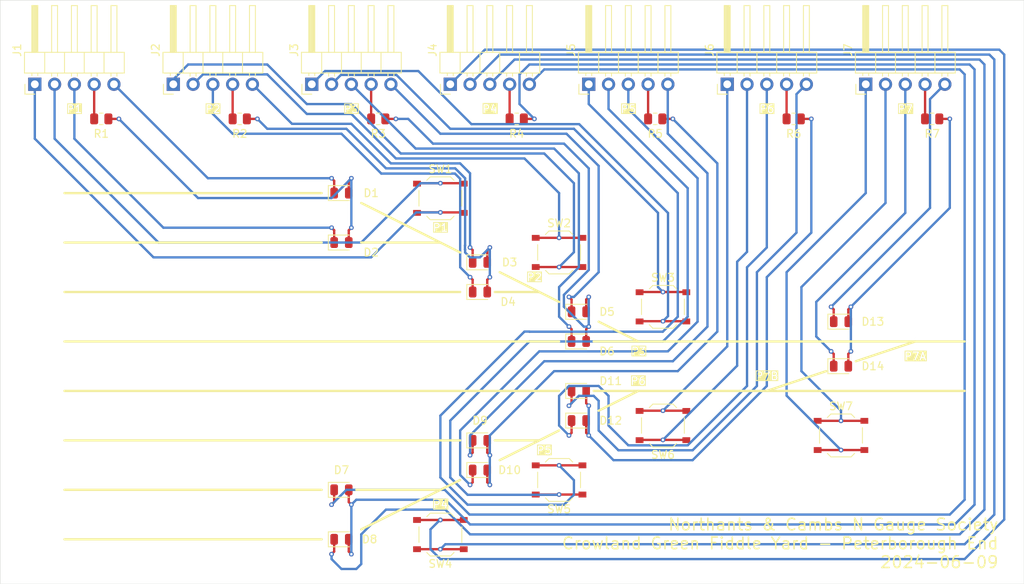
<source format=kicad_pcb>
(kicad_pcb (version 20221018) (generator pcbnew)
  (title_block (title "Crowland Green Fiddle Yard (Peterborough)") (date "2024-06-09") (rev "Rev 1") (company "Northants and Cambs N Gauge Society") (comment 1 "Jonathan Pallant") (comment 2 "admin@ncngauge.org.uk"))
  (layers (0 "F.Cu" signal) (31 "B.Cu" signal) (34 "B.Paste" user) (35 "F.Paste" user) (36 "B.SilkS" user "B.Silkscreen") (37 "F.SilkS" user "F.Silkscreen") (38 "B.Mask" user) (39 "F.Mask" user) (44 "Edge.Cuts" user))
  (net 0 "")
  (net 1 "/Point1/LED_R")
  (net 2 "Net-(D1-A)")
  (net 3 "/Point1/LED_L")
  (net 4 "/Point2/LED_R")
  (net 5 "Net-(D3-A)")
  (net 6 "/Point2/LED_L")
  (net 7 "/Point3/LED_R")
  (net 8 "Net-(D5-A)")
  (net 9 "/Point3/LED_L")
  (net 10 "/Point4/LED_R")
  (net 11 "Net-(D7-A)")
  (net 12 "/Point4/LED_L")
  (net 13 "/Point5/LED_R")
  (net 14 "Net-(D10-A)")
  (net 15 "/Point5/LED_L")
  (net 16 "/Point6/LED_R")
  (net 17 "Net-(D11-A)")
  (net 18 "/Point6/LED_L")
  (net 19 "/Point7/LED_R")
  (net 20 "Net-(D13-A)")
  (net 21 "/Point7/LED_L")
  (net 22 "/Point1/SW_L")
  (net 23 "/Point1/SW_R")
  (net 24 "/Point1/LED_C")
  (net 25 "/Point2/SW_L")
  (net 26 "/Point2/SW_R")
  (net 27 "/Point2/LED_C")
  (net 28 "/Point3/SW_L")
  (net 29 "/Point3/SW_R")
  (net 30 "/Point3/LED_C")
  (net 31 "/Point4/SW_L")
  (net 32 "/Point4/SW_R")
  (net 33 "/Point4/LED_C")
  (net 34 "/Point5/SW_L")
  (net 35 "/Point5/SW_R")
  (net 36 "/Point5/LED_C")
  (net 37 "/Point6/SW_L")
  (net 38 "/Point6/SW_R")
  (net 39 "/Point6/LED_C")
  (net 40 "/Point7/SW_L")
  (net 41 "/Point7/SW_R")
  (net 42 "/Point7/LED_C")
  (footprint "LED_SMD:LED_0805_2012Metric" (layer "F.Cu") (at 91.44 68.58)
    (fp_text reference "D3")
    (fp_text value "LED")
  )
  (footprint "Resistor_SMD:R_0805_2012Metric" (layer "F.Cu") (at 42.8225 50.165)
    (fp_text reference "R1")
    (fp_text value "560")
  )
  (footprint "Resistor_SMD:R_0805_2012Metric" (layer "F.Cu") (at 78.3825 50.165)
    (fp_text reference "R3")
    (fp_text value "560")
  )
  (footprint "Connector_PinHeader_2.54mm:PinHeader_1x05_P2.54mm_Horizontal" (layer "F.Cu") (at 34.29 45.72 90)
    (fp_text reference "J1")
    (fp_text value "Conn_01x05_Pin")
  )
  (footprint "Connector_PinHeader_2.54mm:PinHeader_1x05_P2.54mm_Horizontal" (layer "F.Cu") (at 105.41 45.72 90)
    (fp_text reference "J5")
    (fp_text value "Conn_01x05_Pin")
  )
  (footprint "Resistor_SMD:R_0805_2012Metric" (layer "F.Cu") (at 113.9425 50.165)
    (fp_text reference "R5")
    (fp_text value "560")
  )
  (footprint "Resistor_SMD:R_0805_2012Metric" (layer "F.Cu") (at 149.5025 50.165)
    (fp_text reference "R7")
    (fp_text value "560")
  )
  (footprint "Button_Switch_SMD:SW_Push_1P1T_XKB_TS-1187A" (layer "F.Cu") (at 137.795 90.805)
    (fp_text reference "SW7")
    (fp_text value "SW_SPST")
  )
  (footprint "LED_SMD:LED_0805_2012Metric" (layer "F.Cu") (at 91.44 91.44)
    (fp_text reference "D9")
    (fp_text value "LED")
  )
  (footprint "Button_Switch_SMD:SW_Push_1P1T_XKB_TS-1187A" (layer "F.Cu") (at 86.36 60.355)
    (fp_text reference "SW1")
    (fp_text value "SW_SPST")
  )
  (footprint "Button_Switch_SMD:SW_Push_1P1T_XKB_TS-1187A" (layer "F.Cu") (at 86.36 103.535 180)
    (fp_text reference "SW4")
    (fp_text value "SW_SPST")
  )
  (footprint "Connector_PinHeader_2.54mm:PinHeader_1x05_P2.54mm_Horizontal" (layer "F.Cu") (at 87.63 45.72 90)
    (fp_text reference "J4")
    (fp_text value "Conn_01x05_Pin")
  )
  (footprint "Button_Switch_SMD:SW_Push_1P1T_XKB_TS-1187A" (layer "F.Cu") (at 101.6 96.52 180)
    (fp_text reference "SW5")
    (fp_text value "SW_SPST")
  )
  (footprint "Resistor_SMD:R_0805_2012Metric" (layer "F.Cu") (at 131.7225 50.165)
    (fp_text reference "R6")
    (fp_text value "560")
  )
  (footprint "LED_SMD:LED_0805_2012Metric" (layer "F.Cu") (at 91.44 72.39)
    (fp_text reference "D4")
    (fp_text value "LED")
  )
  (footprint "Resistor_SMD:R_0805_2012Metric" (layer "F.Cu") (at 60.6025 50.165)
    (fp_text reference "R2")
    (fp_text value "560")
  )
  (footprint "Connector_PinHeader_2.54mm:PinHeader_1x05_P2.54mm_Horizontal" (layer "F.Cu") (at 123.19 45.72 90)
    (fp_text reference "J6")
    (fp_text value "Conn_01x05_Pin")
  )
  (footprint "Resistor_SMD:R_0805_2012Metric" (layer "F.Cu") (at 96.1625 50.165)
    (fp_text reference "R4")
    (fp_text value "560")
  )
  (footprint "LED_SMD:LED_0805_2012Metric" (layer "F.Cu") (at 137.795 76.2)
    (fp_text reference "D13")
    (fp_text value "LED")
  )
  (footprint "LED_SMD:LED_0805_2012Metric" (layer "F.Cu") (at 91.44 95.25)
    (fp_text reference "D10")
    (fp_text value "LED")
  )
  (footprint "LED_SMD:LED_0805_2012Metric" (layer "F.Cu") (at 73.66 66.04)
    (fp_text reference "D2")
    (fp_text value "LED")
  )
  (footprint "Connector_PinHeader_2.54mm:PinHeader_1x05_P2.54mm_Horizontal" (layer "F.Cu") (at 140.97 45.72 90)
    (fp_text reference "J7")
    (fp_text value "Conn_01x05_Pin")
  )
  (footprint "LED_SMD:LED_0805_2012Metric" (layer "F.Cu") (at 104.14 74.93)
    (fp_text reference "D5")
    (fp_text value "LED")
  )
  (footprint "LED_SMD:LED_0805_2012Metric" (layer "F.Cu") (at 104.14 88.9)
    (fp_text reference "D12")
    (fp_text value "LED")
  )
  (footprint "Button_Switch_SMD:SW_Push_1P1T_XKB_TS-1187A" (layer "F.Cu") (at 114.935 89.535 180)
    (fp_text reference "SW6")
    (fp_text value "SW_SPST")
  )
  (footprint "LED_SMD:LED_0805_2012Metric" (layer "F.Cu") (at 73.66 97.79)
    (fp_text reference "D7")
    (fp_text value "LED")
  )
  (footprint "LED_SMD:LED_0805_2012Metric" (layer "F.Cu") (at 104.14 78.74)
    (fp_text reference "D6")
    (fp_text value "LED")
  )
  (footprint "LED_SMD:LED_0805_2012Metric" (layer "F.Cu") (at 73.66 104.14)
    (fp_text reference "D8")
    (fp_text value "LED")
  )
  (footprint "Connector_PinHeader_2.54mm:PinHeader_1x05_P2.54mm_Horizontal" (layer "F.Cu") (at 52.07 45.72 90)
    (fp_text reference "J2")
    (fp_text value "Conn_01x05_Pin")
  )
  (footprint "LED_SMD:LED_0805_2012Metric" (layer "F.Cu") (at 73.66 59.69)
    (fp_text reference "D1")
    (fp_text value "LED")
  )
  (footprint "LED_SMD:LED_0805_2012Metric" (layer "F.Cu") (at 104.14 85.09)
    (fp_text reference "D11")
    (fp_text value "LED")
  )
  (footprint "LED_SMD:LED_0805_2012Metric" (layer "F.Cu") (at 137.795 81.915)
    (fp_text reference "D14")
    (fp_text value "LED")
  )
  (footprint "Button_Switch_SMD:SW_Push_1P1T_XKB_TS-1187A" (layer "F.Cu") (at 114.935 74.295)
    (fp_text reference "SW3")
    (fp_text value "SW_SPST")
  )
  (footprint "Button_Switch_SMD:SW_Push_1P1T_XKB_TS-1187A" (layer "F.Cu") (at 101.6 67.31)
    (fp_text reference "SW2")
    (fp_text value "SW_SPST")
  )
  (footprint "Connector_PinHeader_2.54mm:PinHeader_1x05_P2.54mm_Horizontal" (layer "F.Cu") (at 69.85 45.72 90)
    (fp_text reference "J3")
    (fp_text value "Conn_01x05_Pin")
  )
  (gr_line (start 88.9 96.52) (end 86.36 97.79) (stroke (width 0.3)) (layer "F.SilkS"))
  (gr_line (start 135.89 82.55) (end 128.27 85.09) (stroke (width 0.3)) (layer "F.SilkS"))
  (gr_line (start 139.7 81.28) (end 147.32 78.74) (stroke (width 0.3)) (layer "F.SilkS"))
  (gr_line (start 106.045 78.74) (end 153.67 78.74) (stroke (width 0.3)) (layer "F.SilkS"))
  (gr_line (start 93.345 91.44) (end 99.06 91.44) (stroke (width 0.3)) (layer "F.SilkS"))
  (gr_line (start 86.36 97.79) (end 75.565 97.79) (stroke (width 0.3)) (layer "F.SilkS"))
  (gr_line (start 76.2 102.87) (end 86.36 97.79) (stroke (width 0.3)) (layer "F.SilkS"))
  (gr_line (start 101.6 73.66) (end 99.06 72.39) (stroke (width 0.3)) (layer "F.SilkS"))
  (gr_line (start 93.98 69.85) (end 99.06 72.39) (stroke (width 0.3)) (layer "F.SilkS"))
  (gr_line (start 71.12 66.04) (end 38.1 66.04) (stroke (width 0.3)) (layer "F.SilkS"))
  (gr_line (start 106.045 85.09) (end 153.67 85.09) (stroke (width 0.3)) (layer "F.SilkS"))
  (gr_line (start 38.1 78.74) (end 101.6 78.74) (stroke (width 0.3)) (layer "F.SilkS"))
  (gr_line (start 99.06 72.39) (end 93.345 72.39) (stroke (width 0.3)) (layer "F.SilkS"))
  (gr_line (start 111.76 78.74) (end 106.68 76.2) (stroke (width 0.3)) (layer "F.SilkS"))
  (gr_line (start 88.9 91.44) (end 38.1 91.44) (stroke (width 0.3)) (layer "F.SilkS"))
  (gr_line (start 86.36 66.04) (end 76.2 66.04) (stroke (width 0.3)) (layer "F.SilkS"))
  (gr_line (start 101.6 90.17) (end 93.98 93.98) (stroke (width 0.3)) (layer "F.SilkS"))
  (gr_line (start 38.1 85.09) (end 101.6 85.09) (stroke (width 0.3)) (layer "F.SilkS"))
  (gr_line (start 76.2 60.96) (end 88.9 67.31) (stroke (width 0.3)) (layer "F.SilkS"))
  (gr_line (start 71.12 104.14) (end 38.1 104.14) (stroke (width 0.3)) (layer "F.SilkS"))
  (gr_line (start 71.12 97.79) (end 38.1 97.79) (stroke (width 0.3)) (layer "F.SilkS"))
  (gr_line (start 111.76 85.09) (end 106.68 87.63) (stroke (width 0.3)) (layer "F.SilkS"))
  (gr_line (start 38.1 72.39) (end 88.9 72.39) (stroke (width 0.3)) (layer "F.SilkS"))
  (gr_line (start 71.12 59.69) (end 38.1 59.69) (stroke (width 0.3)) (layer "F.SilkS"))
  (gr_rect (start 29.845 34.925) (end 161.29 109.855) (stroke (width 0.05)) (fill none) (layer "Edge.Cuts"))
  (gr_text "P7B" (at 128.27 83.185) (layer "F.SilkS" knockout) (effects (font (size 1 1))))
  (gr_text "P4" (at 92.71 48.895) (layer "F.SilkS" knockout) (effects (font (size 1 1))))
  (gr_text "P3" (at 74.93 48.895) (layer "F.SilkS" knockout) (effects (font (size 1 1))))
  (gr_text "Northants & Cambs N Gauge Society\nCrowland Green Fiddle Yard - Peterborough End\n2024-06-09" (at 158.115 107.95) (layer "F.SilkS") (effects (font (size 1.5 1.5) (thickness 0.2)) (justify right bottom)))
  (gr_text "P6" (at 128.27 48.895) (layer "F.SilkS" knockout) (effects (font (size 1 1))))
  (gr_text "P2" (at 57.15 48.895) (layer "F.SilkS" knockout) (effects (font (size 1 1))))
  (gr_text "P3" (at 111.8225 80.01) (layer "F.SilkS" knockout) (effects (font (size 1 1))))
  (gr_text "P1" (at 39.37 48.895) (layer "F.SilkS" knockout) (effects (font (size 1 1))))
  (gr_text "P7A" (at 147.32 80.645) (layer "F.SilkS" knockout) (effects (font (size 1 1))))
  (gr_text "P1" (at 86.36 64.135) (layer "F.SilkS" knockout) (effects (font (size 1 1))))
  (gr_text "P2" (at 98.425 70.485) (layer "F.SilkS" knockout) (effects (font (size 1 1))))
  (gr_text "P6" (at 111.76 83.82) (layer "F.SilkS" knockout) (effects (font (size 1 1))))
  (gr_text "P7" (at 146.05 48.895) (layer "F.SilkS" knockout) (effects (font (size 1 1))))
  (gr_text "P4" (at 86.36 99.695) (layer "F.SilkS" knockout) (effects (font (size 1 1))))
  (gr_text "P5" (at 99.695 92.71) (layer "F.SilkS" knockout) (effects (font (size 1 1))))
  (gr_text "P5" (at 110.49 48.895) (layer "F.SilkS" knockout) (effects (font (size 1 1))))
  (segment (start 72.7225 59.69) (end 72.7225 58.1175) (width 0.3) (layer "F.Cu") (net 1))
  (segment (start 72.7225 58.1175) (end 72.39 57.785) (width 0.3) (layer "F.Cu") (net 1))
  (via (at 72.39 57.785) (size 0.6) (drill 0.3) (layers "F.Cu" "B.Cu") (net 1))
  (segment (start 72.39 57.785) (end 56.515 57.785) (width 0.3) (layer "B.Cu") (net 1))
  (segment (start 56.515 57.785) (end 44.45 45.72) (width 0.3) (layer "B.Cu") (net 1))
  (segment (start 43.735 50.165) (end 45.085 50.165) (width 0.3) (layer "F.Cu") (net 2))
  (segment (start 74.5975 64.4675) (end 74.93 64.135) (width 0.3) (layer "F.Cu") (net 2))
  (segment (start 74.5975 58.1175) (end 74.93 57.785) (width 0.3) (layer "F.Cu") (net 2))
  (segment (start 74.5975 59.69) (end 74.5975 58.1175) (width 0.3) (layer "F.Cu") (net 2))
  (segment (start 74.5975 66.04) (end 74.5975 64.4675) (width 0.3) (layer "F.Cu") (net 2))
  (via (at 45.085 50.165) (size 0.6) (drill 0.3) (layers "F.Cu" "B.Cu") (net 2))
  (via (at 74.93 57.785) (size 0.6) (drill 0.3) (layers "F.Cu" "B.Cu") (net 2))
  (via (at 74.93 64.135) (size 0.6) (drill 0.3) (layers "F.Cu" "B.Cu") (net 2))
  (segment (start 55.245 60.325) (end 72.39 60.325) (width 0.3) (layer "B.Cu") (net 2))
  (segment (start 45.085 50.165) (end 55.245 60.325) (width 0.3) (layer "B.Cu") (net 2))
  (segment (start 74.93 57.785) (end 74.93 64.135) (width 0.3) (layer "B.Cu") (net 2))
  (segment (start 72.39 60.325) (end 74.93 57.785) (width 0.3) (layer "B.Cu") (net 2))
  (segment (start 72.7225 66.04) (end 72.7225 64.4675) (width 0.3) (layer "F.Cu") (net 3))
  (segment (start 72.7225 64.4675) (end 72.39 64.135) (width 0.3) (layer "F.Cu") (net 3))
  (via (at 72.39 64.135) (size 0.6) (drill 0.3) (layers "F.Cu" "B.Cu") (net 3))
  (segment (start 39.37 52.705) (end 39.37 45.72) (width 0.3) (layer "B.Cu") (net 3))
  (segment (start 72.39 64.135) (end 50.8 64.135) (width 0.3) (layer "B.Cu") (net 3))
  (segment (start 50.8 64.135) (end 39.37 52.705) (width 0.3) (layer "B.Cu") (net 3))
  (segment (start 90.5025 67.0075) (end 90.17 66.675) (width 0.3) (layer "F.Cu") (net 4))
  (segment (start 90.5025 68.58) (end 90.5025 67.0075) (width 0.3) (layer "F.Cu") (net 4))
  (via (at 90.17 66.675) (size 0.6) (drill 0.3) (layers "F.Cu" "B.Cu") (net 4))
  (segment (start 88.9 55.88) (end 90.17 57.15) (width 0.3) (layer "B.Cu") (net 4))
  (segment (start 67.31 50.8) (end 74.93 50.8) (width 0.3) (layer "B.Cu") (net 4))
  (segment (start 80.01 55.88) (end 88.9 55.88) (width 0.3) (layer "B.Cu") (net 4))
  (segment (start 90.17 57.15) (end 90.17 66.675) (width 0.3) (layer "B.Cu") (net 4))
  (segment (start 62.23 45.72) (end 67.31 50.8) (width 0.3) (layer "B.Cu") (net 4))
  (segment (start 74.93 50.8) (end 80.01 55.88) (width 0.3) (layer "B.Cu") (net 4))
  (segment (start 61.515 50.165) (end 62.865 50.165) (width 0.3) (layer "F.Cu") (net 5))
  (segment (start 92.3775 68.58) (end 92.3775 67.0075) (width 0.3) (layer "F.Cu") (net 5))
  (segment (start 92.3775 72.39) (end 92.3775 70.8175) (width 0.3) (layer "F.Cu") (net 5))
  (segment (start 92.3775 67.0075) (end 92.71 66.675) (width 0.3) (layer "F.Cu") (net 5))
  (segment (start 92.3775 70.8175) (end 92.71 70.485) (width 0.3) (layer "F.Cu") (net 5))
  (via (at 92.71 70.485) (size 0.6) (drill 0.3) (layers "F.Cu" "B.Cu") (net 5))
  (via (at 62.865 50.165) (size 0.6) (drill 0.3) (layers "F.Cu" "B.Cu") (net 5))
  (via (at 92.71 66.675) (size 0.6) (drill 0.3) (layers "F.Cu" "B.Cu") (net 5))
  (segment (start 89.535 67.31) (end 90.17 67.945) (width 0.3) (layer "B.Cu") (net 5))
  (segment (start 88.265 56.515) (end 79.375 56.515) (width 0.3) (layer "B.Cu") (net 5))
  (segment (start 89.535 66.390761) (end 89.535 57.785) (width 0.3) (layer "B.Cu") (net 5))
  (segment (start 91.44 67.945) (end 90.17 67.945) (width 0.3) (layer "B.Cu") (net 5))
  (segment (start 92.71 66.675) (end 91.44 67.945) (width 0.3) (layer "B.Cu") (net 5))
  (segment (start 89.535 66.959239) (end 89.52 66.944239) (width 0.3) (layer "B.Cu") (net 5))
  (segment (start 89.52 66.405761) (end 89.535 66.390761) (width 0.3) (layer "B.Cu") (net 5))
  (segment (start 79.375 56.515) (end 74.295 51.435) (width 0.3) (layer "B.Cu") (net 5))
  (segment (start 74.295 51.435) (end 64.135 51.435) (width 0.3) (layer "B.Cu") (net 5))
  (segment (start 89.535 67.31) (end 89.535 66.959239) (width 0.3) (layer "B.Cu") (net 5))
  (segment (start 92.71 66.675) (end 92.71 70.485) (width 0.3) (layer "B.Cu") (net 5))
  (segment (start 89.535 57.785) (end 88.265 56.515) (width 0.3) (layer "B.Cu") (net 5))
  (segment (start 89.52 66.944239) (end 89.52 66.405761) (width 0.3) (layer "B.Cu") (net 5))
  (segment (start 64.135 51.435) (end 62.865 50.165) (width 0.3) (layer "B.Cu") (net 5))
  (segment (start 90.5025 72.39) (end 90.5025 70.8175) (width 0.3) (layer "F.Cu") (net 6))
  (segment (start 90.5025 70.8175) (end 90.17 70.485) (width 0.3) (layer "F.Cu") (net 6))
  (via (at 90.17 70.485) (size 0.6) (drill 0.3) (layers "F.Cu" "B.Cu") (net 6))
  (segment (start 57.15 49.53) (end 57.15 45.72) (width 0.3) (layer "B.Cu") (net 6))
  (segment (start 73.66 52.07) (end 59.69 52.07) (width 0.3) (layer "B.Cu") (net 6))
  (segment (start 88.228947 57.186053) (end 78.776053 57.186053) (width 0.3) (layer "B.Cu") (net 6))
  (segment (start 88.9 69.215) (end 88.9 57.857106) (width 0.3) (layer "B.Cu") (net 6))
  (segment (start 90.17 70.485) (end 88.9 69.215) (width 0.3) (layer "B.Cu") (net 6))
  (segment (start 88.9 57.857106) (end 88.228947 57.186053) (width 0.3) (layer "B.Cu") (net 6))
  (segment (start 78.776053 57.186053) (end 73.66 52.07) (width 0.3) (layer "B.Cu") (net 6))
  (segment (start 59.69 52.07) (end 57.15 49.53) (width 0.3) (layer "B.Cu") (net 6))
  (segment (start 103.2025 73.3575) (end 102.87 73.025) (width 0.3) (layer "F.Cu") (net 7))
  (segment (start 103.2025 74.93) (end 103.2025 73.3575) (width 0.3) (layer "F.Cu") (net 7))
  (via (at 102.87 73.025) (size 0.6) (drill 0.3) (layers "F.Cu" "B.Cu") (net 7))
  (segment (start 86.36 52.07) (end 102.5525 52.07) (width 0.3) (layer "B.Cu") (net 7))
  (segment (start 80.01 45.72) (end 86.36 52.07) (width 0.3) (layer "B.Cu") (net 7))
  (segment (start 102.5525 52.07) (end 106.68 56.1975) (width 0.3) (layer "B.Cu") (net 7))
  (segment (start 106.68 56.1975) (end 106.68 69.85) (width 0.3) (layer "B.Cu") (net 7))
  (segment (start 103.505 73.025) (end 102.87 73.025) (width 0.3) (layer "B.Cu") (net 7))
  (segment (start 106.68 69.85) (end 103.505 73.025) (width 0.3) (layer "B.Cu") (net 7))
  (segment (start 105.0775 73.3575) (end 105.41 73.025) (width 0.3) (layer "F.Cu") (net 8))
  (segment (start 105.0775 77.1675) (end 105.41 76.835) (width 0.3) (layer "F.Cu") (net 8))
  (segment (start 105.0775 74.93) (end 105.0775 73.3575) (width 0.3) (layer "F.Cu") (net 8))
  (segment (start 105.0775 78.74) (end 105.0775 77.1675) (width 0.3) (layer "F.Cu") (net 8))
  (segment (start 79.295 50.165) (end 80.645 50.165) (width 0.3) (layer "F.Cu") (net 8))
  (via (at 80.645 50.165) (size 0.6) (drill 0.3) (layers "F.Cu" "B.Cu") (net 8))
  (via (at 105.41 76.835) (size 0.6) (drill 0.3) (layers "F.Cu" "B.Cu") (net 8))
  (via (at 105.41 73.025) (size 0.6) (drill 0.3) (layers "F.Cu" "B.Cu") (net 8))
  (segment (start 104.775 76.835) (end 102.22 74.28) (width 0.3) (layer "B.Cu") (net 8))
  (segment (start 80.645 50.165) (end 82.2325 50.165) (width 0.3) (layer "B.Cu") (net 8))
  (segment (start 105.41 73.025) (end 105.41 76.835) (width 0.3) (layer "B.Cu") (net 8))
  (segment (start 105.41 69.565761) (end 102.22 72.755761) (width 0.3) (layer "B.Cu") (net 8))
  (segment (start 85.4075 53.34) (end 102.235 53.34) (width 0.3) (layer "B.Cu") (net 8))
  (segment (start 102.22 74.28) (end 102.22 72.755761) (width 0.3) (layer "B.Cu") (net 8))
  (segment (start 105.41 56.515) (end 105.41 69.565761) (width 0.3) (layer "B.Cu") (net 8))
  (segment (start 105.41 76.835) (end 104.775 76.835) (width 0.3) (layer "B.Cu") (net 8))
  (segment (start 102.235 53.34) (end 105.41 56.515) (width 0.3) (layer "B.Cu") (net 8))
  (segment (start 82.2325 50.165) (end 85.4075 53.34) (width 0.3) (layer "B.Cu") (net 8))
  (segment (start 103.2025 78.74) (end 103.2025 77.1675) (width 0.3) (layer "F.Cu") (net 9))
  (segment (start 103.2025 77.1675) (end 102.87 76.835) (width 0.3) (layer "F.Cu") (net 9))
  (via (at 102.87 76.835) (size 0.6) (drill 0.3) (layers "F.Cu" "B.Cu") (net 9))
  (segment (start 102.87 76.835) (end 101.6 75.565) (width 0.3) (layer "B.Cu") (net 9))
  (segment (start 104.14 69.215) (end 104.14 57.15) (width 0.3) (layer "B.Cu") (net 9))
  (segment (start 100.965 53.975) (end 83.185 53.975) (width 0.3) (layer "B.Cu") (net 9))
  (segment (start 101.6 71.755) (end 104.14 69.215) (width 0.3) (layer "B.Cu") (net 9))
  (segment (start 104.14 57.15) (end 100.965 53.975) (width 0.3) (layer "B.Cu") (net 9))
  (segment (start 101.6 75.565) (end 101.6 71.755) (width 0.3) (layer "B.Cu") (net 9))
  (segment (start 83.185 53.975) (end 74.93 45.72) (width 0.3) (layer "B.Cu") (net 9))
  (segment (start 72.7225 97.79) (end 72.7225 99.3625) (width 0.3) (layer "F.Cu") (net 10))
  (segment (start 72.7225 99.3625) (end 72.39 99.695) (width 0.3) (layer "F.Cu") (net 10))
  (via (at 72.39 99.695) (size 0.6) (drill 0.3) (layers "F.Cu" "B.Cu") (net 10))
  (segment (start 74.295 97.79) (end 86.922894 97.79) (width 0.3) (layer "B.Cu") (net 10))
  (segment (start 72.39 99.695) (end 74.295 97.79) (width 0.3) (layer "B.Cu") (net 10))
  (segment (start 151.765 100.965) (end 153.67 99.06) (width 0.3) (layer "B.Cu") (net 10))
  (segment (start 153.67 99.06) (end 153.67 44.45) (width 0.3) (layer "B.Cu") (net 10))
  (segment (start 90.097894 100.965) (end 151.765 100.965) (width 0.3) (layer "B.Cu") (net 10))
  (segment (start 86.922894 97.79) (end 90.097894 100.965) (width 0.3) (layer "B.Cu") (net 10))
  (segment (start 99.695 43.815) (end 97.79 45.72) (width 0.3) (layer "B.Cu") (net 10))
  (segment (start 153.67 44.45) (end 153.035 43.815) (width 0.3) (layer "B.Cu") (net 10))
  (segment (start 153.035 43.815) (end 99.695 43.815) (width 0.3) (layer "B.Cu") (net 10))
  (segment (start 74.5975 104.14) (end 74.5975 105.7125) (width 0.3) (layer "F.Cu") (net 11))
  (segment (start 74.5975 97.79) (end 74.5975 99.3625) (width 0.3) (layer "F.Cu") (net 11))
  (segment (start 97.075 50.165) (end 98.425 50.165) (width 0.3) (layer "F.Cu") (net 11))
  (segment (start 74.5975 105.7125) (end 74.93 106.045) (width 0.3) (layer "F.Cu") (net 11))
  (segment (start 74.5975 99.3625) (end 74.93 99.695) (width 0.3) (layer "F.Cu") (net 11))
  (via (at 74.93 99.695) (size 0.6) (drill 0.3) (layers "F.Cu" "B.Cu") (net 11))
  (via (at 98.425 50.165) (size 0.6) (drill 0.3) (layers "F.Cu" "B.Cu") (net 11))
  (via (at 74.93 106.045) (size 0.6) (drill 0.3) (layers "F.Cu" "B.Cu") (net 11))
  (segment (start 97.79 43.18) (end 96.52 44.45) (width 0.3) (layer "B.Cu") (net 11))
  (segment (start 154.94 43.815) (end 154.305 43.18) (width 0.3) (layer "B.Cu") (net 11))
  (segment (start 86.995 99.06) (end 90.17 102.235) (width 0.3) (layer "B.Cu") (net 11))
  (segment (start 154.305 43.18) (end 97.79 43.18) (width 0.3) (layer "B.Cu") (net 11))
  (segment (start 152.4 102.235) (end 154.94 99.695) (width 0.3) (layer "B.Cu") (net 11))
  (segment (start 74.93 99.695) (end 74.93 106.045) (width 0.3) (layer "B.Cu") (net 11))
  (segment (start 75.565 99.06) (end 86.995 99.06) (width 0.3) (layer "B.Cu") (net 11))
  (segment (start 154.94 99.695) (end 154.94 43.815) (width 0.3) (layer "B.Cu") (net 11))
  (segment (start 90.17 102.235) (end 152.4 102.235) (width 0.3) (layer "B.Cu") (net 11))
  (segment (start 96.52 44.45) (end 96.52 48.26) (width 0.3) (layer "B.Cu") (net 11))
  (segment (start 96.52 48.26) (end 98.425 50.165) (width 0.3) (layer "B.Cu") (net 11))
  (segment (start 74.93 99.695) (end 75.565 99.06) (width 0.3) (layer "B.Cu") (net 11))
  (segment (start 72.7225 104.14) (end 72.7225 105.7125) (width 0.3) (layer "F.Cu") (net 12))
  (segment (start 72.7225 105.7125) (end 72.39 106.045) (width 0.3) (layer "F.Cu") (net 12))
  (via (at 72.39 106.045) (size 0.6) (drill 0.3) (layers "F.Cu" "B.Cu") (net 12))
  (segment (start 76.2 107.315) (end 76.2 103.505) (width 0.3) (layer "B.Cu") (net 12))
  (segment (start 73.66 107.95) (end 75.565 107.95) (width 0.3) (layer "B.Cu") (net 12))
  (segment (start 75.565 107.95) (end 76.2 107.315) (width 0.3) (layer "B.Cu") (net 12))
  (segment (start 79.375 100.33) (end 86.995 100.33) (width 0.3) (layer "B.Cu") (net 12))
  (segment (start 153.035 103.505) (end 156.21 100.33) (width 0.3) (layer "B.Cu") (net 12))
  (segment (start 155.575 42.545) (end 95.885 42.545) (width 0.3) (layer "B.Cu") (net 12))
  (segment (start 156.21 100.33) (end 156.21 43.18) (width 0.3) (layer "B.Cu") (net 12))
  (segment (start 90.17 103.505) (end 153.035 103.505) (width 0.3) (layer "B.Cu") (net 12))
  (segment (start 86.995 100.33) (end 90.17 103.505) (width 0.3) (layer "B.Cu") (net 12))
  (segment (start 76.2 103.505) (end 79.375 100.33) (width 0.3) (layer "B.Cu") (net 12))
  (segment (start 156.21 43.18) (end 155.575 42.545) (width 0.3) (layer "B.Cu") (net 12))
  (segment (start 72.39 106.045) (end 72.39 106.68) (width 0.3) (layer "B.Cu") (net 12))
  (segment (start 95.885 42.545) (end 92.71 45.72) (width 0.3) (layer "B.Cu") (net 12))
  (segment (start 72.39 106.68) (end 73.66 107.95) (width 0.3) (layer "B.Cu") (net 12))
  (segment (start 90.5025 93.0125) (end 90.17 93.345) (width 0.3) (layer "F.Cu") (net 13))
  (segment (start 90.5025 91.44) (end 90.5025 93.0125) (width 0.3) (layer "F.Cu") (net 13))
  (via (at 90.17 93.345) (size 0.6) (drill 0.3) (layers "F.Cu" "B.Cu") (net 13))
  (segment (start 115.555 52.055) (end 115.555 45.735) (width 0.3) (layer "B.Cu") (net 13))
  (segment (start 90.17 93.345) (end 90.17 90.805) (width 0.3) (layer "B.Cu") (net 13))
  (segment (start 116.205 81.28) (end 120.65 76.835) (width 0.3) (layer "B.Cu") (net 13))
  (segment (start 120.65 57.15) (end 115.555 52.055) (width 0.3) (layer "B.Cu") (net 13))
  (segment (start 99.695 81.28) (end 116.205 81.28) (width 0.3) (layer "B.Cu") (net 13))
  (segment (start 120.65 76.835) (end 120.65 57.15) (width 0.3) (layer "B.Cu") (net 13))
  (segment (start 90.17 90.805) (end 99.695 81.28) (width 0.3) (layer "B.Cu") (net 13))
  (segment (start 92.3775 96.8225) (end 92.71 97.155) (width 0.3) (layer "F.Cu") (net 14))
  (segment (start 114.855 50.165) (end 116.205 50.165) (width 0.3) (layer "F.Cu") (net 14))
  (segment (start 92.3775 95.25) (end 92.3775 96.8225) (width 0.3) (layer "F.Cu") (net 14))
  (segment (start 92.3775 91.44) (end 92.3775 93.0125) (width 0.3) (layer "F.Cu") (net 14))
  (segment (start 92.3775 93.0125) (end 92.71 93.345) (width 0.3) (layer "F.Cu") (net 14))
  (via (at 92.71 93.345) (size 0.6) (drill 0.3) (layers "F.Cu" "B.Cu") (net 14))
  (via (at 92.71 97.155) (size 0.6) (drill 0.3) (layers "F.Cu" "B.Cu") (net 14))
  (via (at 116.205 50.165) (size 0.6) (drill 0.3) (layers "F.Cu" "B.Cu") (net 14))
  (segment (start 100.965 82.55) (end 92.71 90.805) (width 0.3) (layer "B.Cu") (net 14))
  (segment (start 116.84 82.55) (end 100.965 82.55) (width 0.3) (layer "B.Cu") (net 14))
  (segment (start 121.92 55.88) (end 121.92 77.47) (width 0.3) (layer "B.Cu") (net 14))
  (segment (start 121.92 77.47) (end 116.84 82.55) (width 0.3) (layer "B.Cu") (net 14))
  (segment (start 92.71 90.805) (end 92.71 93.345) (width 0.3) (layer "B.Cu") (net 14))
  (segment (start 116.205 50.165) (end 121.92 55.88) (width 0.3) (layer "B.Cu") (net 14))
  (segment (start 92.71 93.345) (end 92.71 97.155) (width 0.3) (layer "B.Cu") (net 14))
  (segment (start 90.5025 96.8225) (end 90.17 97.155) (width 0.3) (layer "F.Cu") (net 15))
  (segment (start 90.5025 95.25) (end 90.5025 96.8225) (width 0.3) (layer "F.Cu") (net 15))
  (via (at 90.17 97.155) (size 0.6) (drill 0.3) (layers "F.Cu" "B.Cu") (net 15))
  (segment (start 115.57 80.01) (end 99.06 80.01) (width 0.3) (layer "B.Cu") (net 15))
  (segment (start 99.06 80.01) (end 88.9 90.17) (width 0.3) (layer "B.Cu") (net 15))
  (segment (start 88.9 95.885) (end 90.17 97.155) (width 0.3) (layer "B.Cu") (net 15))
  (segment (start 119.38 76.2) (end 115.57 80.01) (width 0.3) (layer "B.Cu") (net 15))
  (segment (start 88.9 90.17) (end 88.9 95.885) (width 0.3) (layer "B.Cu") (net 15))
  (segment (start 110.49 45.72) (end 110.49 48.895) (width 0.3) (layer "B.Cu") (net 15))
  (segment (start 110.49 48.895) (end 119.38 57.785) (width 0.3) (layer "B.Cu") (net 15))
  (segment (start 119.38 57.785) (end 119.38 76.2) (width 0.3) (layer "B.Cu") (net 15))
  (segment (start 103.2025 85.09) (end 103.2025 86.6625) (width 0.3) (layer "F.Cu") (net 16))
  (segment (start 103.2025 86.6625) (end 102.87 86.995) (width 0.3) (layer "F.Cu") (net 16))
  (via (at 102.87 86.995) (size 0.6) (drill 0.3) (layers "F.Cu" "B.Cu") (net 16))
  (segment (start 102.87 86.995) (end 104.14 85.725) (width 0.3) (layer "B.Cu") (net 16))
  (segment (start 106.68 86.36) (end 106.68 90.17) (width 0.3) (layer "B.Cu") (net 16))
  (segment (start 127 69.85) (end 132.08 64.77) (width 0.3) (layer "B.Cu") (net 16))
  (segment (start 106.68 90.17) (end 109.22 92.71) (width 0.3) (layer "B.Cu") (net 16))
  (segment (start 104.14 85.725) (end 106.045 85.725) (width 0.3) (layer "B.Cu") (net 16))
  (segment (start 109.22 92.71) (end 118.745 92.71) (width 0.3) (layer "B.Cu") (net 16))
  (segment (start 118.745 92.71) (end 127 84.455) (width 0.3) (layer "B.Cu") (net 16))
  (segment (start 127 84.455) (end 127 69.85) (width 0.3) (layer "B.Cu") (net 16))
  (segment (start 132.08 64.77) (end 132.08 46.99) (width 0.3) (layer "B.Cu") (net 16))
  (segment (start 132.08 46.99) (end 133.35 45.72) (width 0.3) (layer "B.Cu") (net 16))
  (segment (start 106.045 85.725) (end 106.68 86.36) (width 0.3) (layer "B.Cu") (net 16))
  (segment (start 132.635 50.165) (end 133.985 50.165) (width 0.3) (layer "F.Cu") (net 17))
  (segment (start 105.0775 90.4725) (end 105.41 90.805) (width 0.3) (layer "F.Cu") (net 17))
  (segment (start 105.0775 88.9) (end 105.0775 90.4725) (width 0.3) (layer "F.Cu") (net 17))
  (segment (start 105.0775 85.09) (end 105.0775 86.6625) (width 0.3) (layer "F.Cu") (net 17))
  (segment (start 105.0775 86.6625) (end 105.41 86.995) (width 0.3) (layer "F.Cu") (net 17))
  (via (at 133.985 50.165) (size 0.6) (drill 0.3) (layers "F.Cu" "B.Cu") (net 17))
  (via (at 105.41 90.805) (size 0.6) (drill 0.3) (layers "F.Cu" "B.Cu") (net 17))
  (via (at 105.41 86.995) (size 0.6) (drill 0.3) (layers "F.Cu" "B.Cu") (net 17))
  (segment (start 133.985 64.77) (end 128.27 70.485) (width 0.3) (layer "B.Cu") (net 17))
  (segment (start 118.745 93.98) (end 108.585 93.98) (width 0.3) (layer "B.Cu") (net 17))
  (segment (start 105.41 86.995) (end 105.41 90.805) (width 0.3) (layer "B.Cu") (net 17))
  (segment (start 128.27 84.455) (end 118.745 93.98) (width 0.3) (layer "B.Cu") (net 17))
  (segment (start 128.27 70.485) (end 128.27 84.455) (width 0.3) (layer "B.Cu") (net 17))
  (segment (start 133.985 50.165) (end 133.985 64.77) (width 0.3) (layer "B.Cu") (net 17))
  (segment (start 108.585 93.98) (end 105.41 90.805) (width 0.3) (layer "B.Cu") (net 17))
  (segment (start 103.2025 90.4725) (end 102.87 90.805) (width 0.3) (layer "F.Cu") (net 18))
  (segment (start 103.2025 88.9) (end 103.2025 90.4725) (width 0.3) (layer "F.Cu") (net 18))
  (via (at 102.87 90.805) (size 0.6) (drill 0.3) (layers "F.Cu" "B.Cu") (net 18))
  (segment (start 125.73 84.455) (end 125.73 69.215) (width 0.3) (layer "B.Cu") (net 18))
  (segment (start 106.68 84.455) (end 107.95 85.725) (width 0.3) (layer "B.Cu") (net 18))
  (segment (start 102.87 84.455) (end 106.68 84.455) (width 0.3) (layer "B.Cu") (net 18))
  (segment (start 107.95 85.725) (end 107.95 89.535) (width 0.3) (layer "B.Cu") (net 18))
  (segment (start 118.11 92.075) (end 125.73 84.455) (width 0.3) (layer "B.Cu") (net 18))
  (segment (start 125.73 69.215) (end 128.27 66.675) (width 0.3) (layer "B.Cu") (net 18))
  (segment (start 110.49 92.075) (end 118.11 92.075) (width 0.3) (layer "B.Cu") (net 18))
  (segment (start 102.87 90.805) (end 101.6 89.535) (width 0.3) (layer "B.Cu") (net 18))
  (segment (start 101.6 89.535) (end 101.6 85.725) (width 0.3) (layer "B.Cu") (net 18))
  (segment (start 101.6 85.725) (end 102.87 84.455) (width 0.3) (layer "B.Cu") (net 18))
  (segment (start 107.95 89.535) (end 110.49 92.075) (width 0.3) (layer "B.Cu") (net 18))
  (segment (start 128.27 66.675) (end 128.27 45.72) (width 0.3) (layer "B.Cu") (net 18))
  (segment (start 136.8575 76.2) (end 136.8575 74.6275) (width 0.3) (layer "F.Cu") (net 19))
  (segment (start 136.8575 74.6275) (end 136.525 74.295) (width 0.3) (layer "F.Cu") (net 19))
  (via (at 136.525 74.295) (size 0.6) (drill 0.3) (layers "F.Cu" "B.Cu") (net 19))
  (segment (start 149.225 61.595) (end 149.225 47.625) (width 0.3) (layer "B.Cu") (net 19))
  (segment (start 136.525 74.295) (end 149.225 61.595) (width 0.3) (layer "B.Cu") (net 19))
  (segment (start 149.225 47.625) (end 151.13 45.72) (width 0.3) (layer "B.Cu") (net 19))
  (segment (start 138.7325 81.915) (end 138.7325 80.3425) (width 0.3) (layer "F.Cu") (net 20))
  (segment (start 151.765 50.165) (end 150.415 50.165) (width 0.3) (layer "F.Cu") (net 20))
  (segment (start 138.7325 74.6275) (end 139.065 74.295) (width 0.3) (layer "F.Cu") (net 20))
  (segment (start 138.7325 80.3425) (end 139.065 80.01) (width 0.3) (layer "F.Cu") (net 20))
  (segment (start 138.7325 76.2) (end 138.7325 74.6275) (width 0.3) (layer "F.Cu") (net 20))
  (via (at 139.065 80.01) (size 0.6) (drill 0.3) (layers "F.Cu" "B.Cu") (net 20))
  (via (at 139.065 74.295) (size 0.6) (drill 0.3) (layers "F.Cu" "B.Cu") (net 20))
  (via (at 151.765 50.165) (size 0.6) (drill 0.3) (layers "F.Cu" "B.Cu") (net 20))
  (segment (start 139.065 80.01) (end 139.065 74.295) (width 0.3) (layer "B.Cu") (net 20))
  (segment (start 151.765 61.595) (end 139.065 74.295) (width 0.3) (layer "B.Cu") (net 20))
  (segment (start 151.765 50.165) (end 151.765 61.595) (width 0.3) (layer "B.Cu") (net 20))
  (segment (start 136.8575 80.3425) (end 136.525 80.01) (width 0.3) (layer "F.Cu") (net 21))
  (segment (start 136.8575 81.915) (end 136.8575 80.3425) (width 0.3) (layer "F.Cu") (net 21))
  (via (at 136.525 80.01) (size 0.6) (drill 0.3) (layers "F.Cu" "B.Cu") (net 21))
  (segment (start 146.05 45.72) (end 146.05 62.23) (width 0.3) (layer "B.Cu") (net 21))
  (segment (start 146.05 62.23) (end 134.62 73.66) (width 0.3) (layer "B.Cu") (net 21))
  (segment (start 134.62 73.66) (end 134.62 78.105) (width 0.3) (layer "B.Cu") (net 21))
  (segment (start 134.62 78.105) (end 136.525 80.01) (width 0.3) (layer "B.Cu") (net 21))
  (segment (start 86.36 62.17) (end 83.36 62.17) (width 0.3) (layer "F.Cu") (net 22))
  (segment (start 89.36 62.17) (end 86.36 62.17) (width 0.3) (layer "F.Cu") (net 22))
  (via (at 86.36 62.17) (size 0.6) (drill 0.3) (layers "F.Cu" "B.Cu") (net 22))
  (segment (start 77.47 67.945) (end 49.53 67.945) (width 0.3) (layer "B.Cu") (net 22))
  (segment (start 49.53 67.945) (end 34.29 52.705) (width 0.3) (layer "B.Cu") (net 22))
  (segment (start 34.29 52.705) (end 34.29 45.72) (width 0.3) (layer "B.Cu") (net 22))
  (segment (start 83.245 62.17) (end 77.47 67.945) (width 0.3) (layer "B.Cu") (net 22))
  (segment (start 86.36 62.17) (end 83.245 62.17) (width 0.3) (layer "B.Cu") (net 22))
  (segment (start 83.36 58.42) (end 86.36 58.42) (width 0.3) (layer "F.Cu") (net 23))
  (segment (start 89.36 58.42) (end 86.36 58.42) (width 0.3) (layer "F.Cu") (net 23))
  (via (at 86.36 58.42) (size 0.6) (drill 0.3) (layers "F.Cu" "B.Cu") (net 23))
  (segment (start 76.2 66.04) (end 83.82 58.42) (width 0.3) (layer "B.Cu") (net 23))
  (segment (start 83.82 58.42) (end 86.36 58.42) (width 0.3) (layer "B.Cu") (net 23))
  (segment (start 36.83 52.705) (end 50.165 66.04) (width 0.3) (layer "B.Cu") (net 23))
  (segment (start 50.165 66.04) (end 76.2 66.04) (width 0.3) (layer "B.Cu") (net 23))
  (segment (start 36.83 45.72) (end 36.83 52.705) (width 0.3) (layer "B.Cu") (net 23))
  (segment (start 41.91 45.72) (end 41.91 50.165) (width 0.3) (layer "F.Cu") (net 24))
  (segment (start 104.6 69.185) (end 101.6 69.185) (width 0.3) (layer "F.Cu") (net 25))
  (segment (start 98.6 69.185) (end 101.6 69.185) (width 0.3) (layer "F.Cu") (net 25))
  (via (at 101.6 69.185) (size 0.6) (drill 0.3) (layers "F.Cu" "B.Cu") (net 25))
  (segment (start 64.135 43.18) (end 53.975 43.18) (width 0.3) (layer "B.Cu") (net 25))
  (segment (start 69.215 48.26) (end 64.135 43.18) (width 0.3) (layer "B.Cu") (net 25))
  (segment (start 74.93 48.26) (end 69.215 48.26) (width 0.3) (layer "B.Cu") (net 25))
  (segment (start 53.975 43.18) (end 52.07 45.085) (width 0.3) (layer "B.Cu") (net 25))
  (segment (start 101.6 69.185) (end 103.505 67.28) (width 0.3) (layer "B.Cu") (net 25))
  (segment (start 103.505 58.42) (end 99.695 54.61) (width 0.3) (layer "B.Cu") (net 25))
  (segment (start 103.505 67.28) (end 103.505 58.42) (width 0.3) (layer "B.Cu") (net 25))
  (segment (start 81.28 54.61) (end 74.93 48.26) (width 0.3) (layer "B.Cu") (net 25))
  (segment (start 99.695 54.61) (end 81.28 54.61) (width 0.3) (layer "B.Cu") (net 25))
  (segment (start 98.6 65.435) (end 101.6 65.435) (width 0.3) (layer "F.Cu") (net 26))
  (segment (start 104.6 65.435) (end 101.6 65.435) (width 0.3) (layer "F.Cu") (net 26))
  (via (at 101.6 65.435) (size 0.6) (drill 0.3) (layers "F.Cu" "B.Cu") (net 26))
  (segment (start 101.6 59.69) (end 101.6 65.435) (width 0.3) (layer "B.Cu") (net 26))
  (segment (start 54.61 45.72) (end 55.88 44.45) (width 0.3) (layer "B.Cu") (net 26))
  (segment (start 64.135 44.45) (end 69.215 49.53) (width 0.3) (layer "B.Cu") (net 26))
  (segment (start 55.88 44.45) (end 64.135 44.45) (width 0.3) (layer "B.Cu") (net 26))
  (segment (start 80.645 55.245) (end 97.155 55.245) (width 0.3) (layer "B.Cu") (net 26))
  (segment (start 97.155 55.245) (end 101.6 59.69) (width 0.3) (layer "B.Cu") (net 26))
  (segment (start 74.93 49.53) (end 80.645 55.245) (width 0.3) (layer "B.Cu") (net 26))
  (segment (start 69.215 49.53) (end 74.93 49.53) (width 0.3) (layer "B.Cu") (net 26))
  (segment (start 59.69 45.72) (end 59.69 50.165) (width 0.3) (layer "F.Cu") (net 27))
  (segment (start 111.76 76.14) (end 114.935 76.14) (width 0.3) (layer "F.Cu") (net 28))
  (segment (start 117.76 76.14) (end 114.935 76.14) (width 0.3) (layer "F.Cu") (net 28))
  (via (at 114.935 76.14) (size 0.6) (drill 0.3) (layers "F.Cu" "B.Cu") (net 28))
  (segment (start 71.55 44.02) (end 83.53 44.02) (width 0.3) (layer "B.Cu") (net 28))
  (segment (start 115.585 75.49) (end 114.935 76.14) (width 0.3) (layer "B.Cu") (net 28))
  (segment (start 104.176053 50.836053) (end 115.585 62.245) (width 0.3) (layer "B.Cu") (net 28))
  (segment (start 90.346053 50.836053) (end 104.176053 50.836053) (width 0.3) (layer "B.Cu") (net 28))
  (segment (start 115.585 62.245) (end 115.585 75.49) (width 0.3) (layer "B.Cu") (net 28))
  (segment (start 83.53 44.02) (end 90.346053 50.836053) (width 0.3) (layer "B.Cu") (net 28))
  (segment (start 69.85 45.72) (end 71.55 44.02) (width 0.3) (layer "B.Cu") (net 28))
  (segment (start 111.76 72.39) (end 114.935 72.39) (width 0.3) (layer "F.Cu") (net 29))
  (segment (start 117.76 72.39) (end 114.935 72.39) (width 0.3) (layer "F.Cu") (net 29))
  (via (at 114.935 72.39) (size 0.6) (drill 0.3) (layers "F.Cu" "B.Cu") (net 29))
  (segment (start 114.3 71.755) (end 114.935 72.39) (width 0.3) (layer "B.Cu") (net 29))
  (segment (start 114.3 62.23) (end 114.3 71.755) (width 0.3) (layer "B.Cu") (net 29))
  (segment (start 103.505 51.435) (end 114.3 62.23) (width 0.3) (layer "B.Cu") (net 29))
  (segment (start 73.59 44.52) (end 80.715 44.52) (width 0.3) (layer "B.Cu") (net 29))
  (segment (start 72.39 45.72) (end 73.59 44.52) (width 0.3) (layer "B.Cu") (net 29))
  (segment (start 80.715 44.52) (end 87.63 51.435) (width 0.3) (layer "B.Cu") (net 29))
  (segment (start 87.63 51.435) (end 103.505 51.435) (width 0.3) (layer "B.Cu") (net 29))
  (segment (start 77.47 45.72) (end 77.47 50.165) (width 0.3) (layer "F.Cu") (net 30))
  (segment (start 83.36 101.66) (end 89.36 101.66) (width 0.3) (layer "F.Cu") (net 31))
  (via (at 86.36 101.66) (size 0.6) (drill 0.3) (layers "F.Cu" "B.Cu") (net 31))
  (segment (start 158.75 101.6) (end 153.67 106.68) (width 0.3) (layer "B.Cu") (net 31))
  (segment (start 158.115 41.275) (end 158.75 41.91) (width 0.3) (layer "B.Cu") (net 31))
  (segment (start 153.67 106.68) (end 86.36 106.68) (width 0.3) (layer "B.Cu") (net 31))
  (segment (start 85.09 105.41) (end 85.09 102.87) (width 0.3) (layer "B.Cu") (net 31))
  (segment (start 92.075 41.275) (end 158.115 41.275) (width 0.3) (layer "B.Cu") (net 31))
  (segment (start 158.75 41.91) (end 158.75 101.6) (width 0.3) (layer "B.Cu") (net 31))
  (segment (start 87.63 45.72) (end 92.075 41.275) (width 0.3) (layer "B.Cu") (net 31))
  (segment (start 85.09 102.87) (end 86.3 101.66) (width 0.3) (layer "B.Cu") (net 31))
  (segment (start 86.36 106.68) (end 85.09 105.41) (width 0.3) (layer "B.Cu") (net 31))
  (segment (start 86.3 101.66) (end 86.36 101.66) (width 0.3) (layer "B.Cu") (net 31))
  (segment (start 89.36 105.41) (end 86.36 105.41) (width 0.3) (layer "F.Cu") (net 32))
  (segment (start 83.36 105.41) (end 86.36 105.41) (width 0.3) (layer "F.Cu") (net 32))
  (via (at 86.36 105.41) (size 0.6) (drill 0.3) (layers "F.Cu" "B.Cu") (net 32))
  (segment (start 153.67 104.775) (end 157.48 100.965) (width 0.3) (layer "B.Cu") (net 32))
  (segment (start 156.845 41.91) (end 93.98 41.91) (width 0.3) (layer "B.Cu") (net 32))
  (segment (start 157.48 42.545) (end 156.845 41.91) (width 0.3) (layer "B.Cu") (net 32))
  (segment (start 86.36 105.41) (end 86.995 104.775) (width 0.3) (layer "B.Cu") (net 32))
  (segment (start 86.995 104.775) (end 153.67 104.775) (width 0.3) (layer "B.Cu") (net 32))
  (segment (start 157.48 100.965) (end 157.48 42.545) (width 0.3) (layer "B.Cu") (net 32))
  (segment (start 93.98 41.91) (end 90.17 45.72) (width 0.3) (layer "B.Cu") (net 32))
  (segment (start 95.25 45.72) (end 95.25 50.165) (width 0.3) (layer "F.Cu") (net 33))
  (segment (start 104.6 94.645) (end 101.6 94.645) (width 0.3) (layer "F.Cu") (net 34))
  (segment (start 98.6 94.645) (end 101.6 94.645) (width 0.3) (layer "F.Cu") (net 34))
  (via (at 101.6 94.645) (size 0.6) (drill 0.3) (layers "F.Cu" "B.Cu") (net 34))
  (segment (start 105.41 48.26) (end 105.41 45.72) (width 0.3) (layer "B.Cu") (net 34))
  (segment (start 97.155 77.47) (end 97.79 77.47) (width 0.3) (layer "B.Cu") (net 34))
  (segment (start 114.92 77.485) (end 116.84 75.565) (width 0.3) (layer "B.Cu") (net 34))
  (segment (start 102.235 99.695) (end 89.8525 99.695) (width 0.3) (layer "B.Cu") (net 34))
  (segment (start 97.805 77.485) (end 114.92 77.485) (width 0.3) (layer "B.Cu") (net 34))
  (segment (start 86.36 88.265) (end 97.155 77.47) (width 0.3) (layer "B.Cu") (net 34))
  (segment (start 97.79 77.47) (end 97.805 77.485) (width 0.3) (layer "B.Cu") (net 34))
  (segment (start 116.84 75.565) (end 116.84 59.69) (width 0.3) (layer "B.Cu") (net 34))
  (segment (start 89.8525 99.695) (end 86.36 96.2025) (width 0.3) (layer "B.Cu") (net 34))
  (segment (start 103.505 98.425) (end 102.235 99.695) (width 0.3) (layer "B.Cu") (net 34))
  (segment (start 101.6 94.645) (end 103.505 96.55) (width 0.3) (layer "B.Cu") (net 34))
  (segment (start 103.505 96.55) (end 103.505 98.425) (width 0.3) (layer "B.Cu") (net 34))
  (segment (start 116.84 59.69) (end 105.41 48.26) (width 0.3) (layer "B.Cu") (net 34))
  (segment (start 86.36 96.2025) (end 86.36 88.265) (width 0.3) (layer "B.Cu") (net 34))
  (segment (start 98.6 98.395) (end 101.6 98.395) (width 0.3) (layer "F.Cu") (net 35))
  (segment (start 104.6 98.395) (end 101.6 98.395) (width 0.3) (layer "F.Cu") (net 35))
  (via (at 101.6 98.395) (size 0.6) (drill 0.3) (layers "F.Cu" "B.Cu") (net 35))
  (segment (start 107.95 45.72) (end 107.95 48.895) (width 0.3) (layer "B.Cu") (net 35))
  (segment (start 97.79 78.74) (end 87.63 88.9) (width 0.3) (layer "B.Cu") (net 35))
  (segment (start 89.8525 98.425) (end 101.57 98.425) (width 0.3) (layer "B.Cu") (net 35))
  (segment (start 87.63 96.2025) (end 89.8525 98.425) (width 0.3) (layer "B.Cu") (net 35))
  (segment (start 118.11 59.055) (end 118.11 75.565) (width 0.3) (layer "B.Cu") (net 35))
  (segment (start 87.63 88.9) (end 87.63 96.2025) (width 0.3) (layer "B.Cu") (net 35))
  (segment (start 114.935 78.74) (end 97.79 78.74) (width 0.3) (layer "B.Cu") (net 35))
  (segment (start 107.95 48.895) (end 118.11 59.055) (width 0.3) (layer "B.Cu") (net 35))
  (segment (start 101.57 98.425) (end 101.6 98.395) (width 0.3) (layer "B.Cu") (net 35))
  (segment (start 118.11 75.565) (end 114.935 78.74) (width 0.3) (layer "B.Cu") (net 35))
  (segment (start 113.03 50.165) (end 113.03 45.72) (width 0.3) (layer "F.Cu") (net 36))
  (segment (start 117.76 87.63) (end 114.935 87.63) (width 0.3) (layer "F.Cu") (net 37))
  (segment (start 111.76 87.63) (end 114.935 87.63) (width 0.3) (layer "F.Cu") (net 37))
  (via (at 114.935 87.63) (size 0.6) (drill 0.3) (layers "F.Cu" "B.Cu") (net 37))
  (segment (start 114.935 87.63) (end 123.19 79.375) (width 0.3) (layer "B.Cu") (net 37))
  (segment (start 123.19 79.375) (end 123.19 45.72) (width 0.3) (layer "B.Cu") (net 37))
  (segment (start 117.76 91.38) (end 114.935 91.38) (width 0.3) (layer "F.Cu") (net 38))
  (segment (start 111.76 91.38) (end 114.935 91.38) (width 0.3) (layer "F.Cu") (net 38))
  (via (at 114.935 91.38) (size 0.6) (drill 0.3) (layers "F.Cu" "B.Cu") (net 38))
  (segment (start 124.46 68.507894) (end 125.73 67.237894) (width 0.3) (layer "B.Cu") (net 38))
  (segment (start 125.73 67.237894) (end 125.73 45.72) (width 0.3) (layer "B.Cu") (net 38))
  (segment (start 114.935 91.38) (end 124.46 81.855) (width 0.3) (layer "B.Cu") (net 38))
  (segment (start 124.46 81.855) (end 124.46 68.507894) (width 0.3) (layer "B.Cu") (net 38))
  (segment (start 130.81 45.72) (end 130.81 50.165) (width 0.3) (layer "F.Cu") (net 39))
  (segment (start 134.795 92.68) (end 140.795 92.68) (width 0.3) (layer "F.Cu") (net 40))
  (via (at 137.795 92.68) (size 0.6) (drill 0.3) (layers "F.Cu" "B.Cu") (net 40))
  (segment (start 140.97 59.69) (end 130.81 69.85) (width 0.3) (layer "B.Cu") (net 40))
  (segment (start 130.81 85.695) (end 137.795 92.68) (width 0.3) (layer "B.Cu") (net 40))
  (segment (start 140.97 45.72) (end 140.97 59.69) (width 0.3) (layer "B.Cu") (net 40))
  (segment (start 130.81 69.85) (end 130.81 85.695) (width 0.3) (layer "B.Cu") (net 40))
  (segment (start 134.795 88.93) (end 137.795 88.93) (width 0.3) (layer "F.Cu") (net 41))
  (segment (start 140.795 88.93) (end 137.795 88.93) (width 0.3) (layer "F.Cu") (net 41))
  (via (at 137.795 88.93) (size 0.6) (drill 0.3) (layers "F.Cu" "B.Cu") (net 41))
  (segment (start 137.795 87.63) (end 132.715 82.55) (width 0.3) (layer "B.Cu") (net 41))
  (segment (start 132.715 82.55) (end 132.715 71.755) (width 0.3) (layer "B.Cu") (net 41))
  (segment (start 132.715 71.755) (end 143.51 60.96) (width 0.3) (layer "B.Cu") (net 41))
  (segment (start 137.795 88.93) (end 137.795 87.63) (width 0.3) (layer "B.Cu") (net 41))
  (segment (start 143.51 60.96) (end 143.51 45.72) (width 0.3) (layer "B.Cu") (net 41))
  (segment (start 148.59 45.72) (end 148.59 49.53) (width 0.3) (layer "F.Cu") (net 42))
)
</source>
